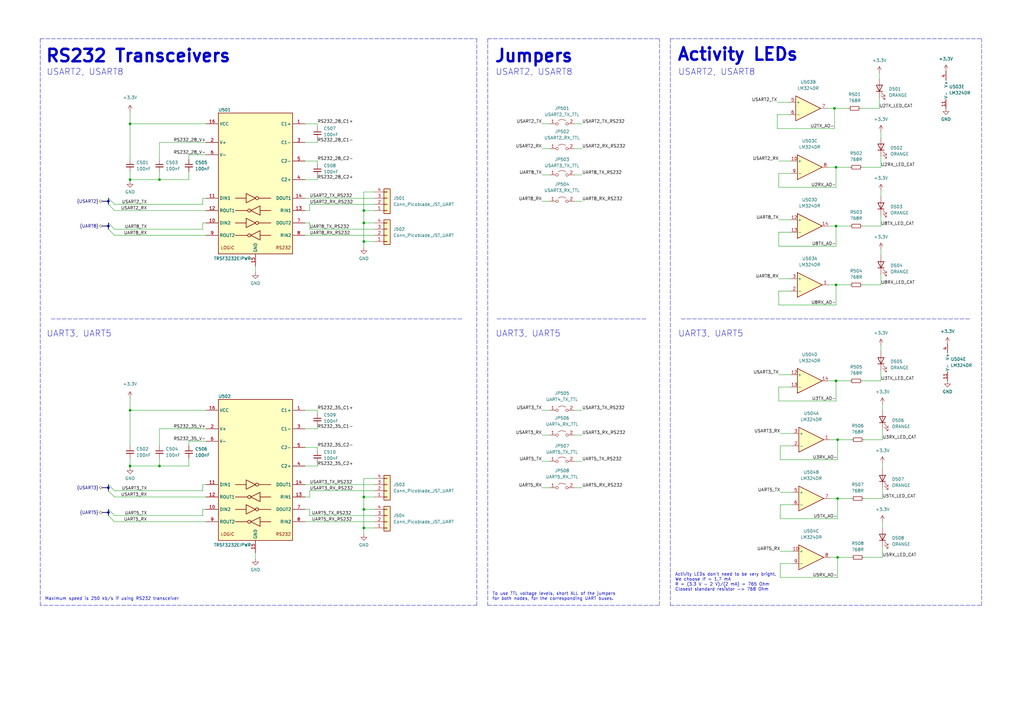
<source format=kicad_sch>
(kicad_sch (version 20211123) (generator eeschema)
  (paper "A3")
  (title_block (title "RS232 UART Node to Node Connectors") (company "EPFL Xplore") (comment 2 "Author: Vincent Nguyen"))
  (lib_symbols
    (symbol "0_interface_uart:TRSF3232EIPWR"
      (property "Reference" "U" (at 0 0 0))
      (property "Value" "TRSF3232EIPWR" (at 0 0 0))
      (symbol "TRSF3232EIPWR_0_0"
        (text "LOGIC" (at -11.43 -27.94 0) (effects (font (size 1.27 1.27))))
        (text "RS232" (at 11.43 -27.94 0) (effects (font (size 1.27 1.27))))
      )
      (symbol "TRSF3232EIPWR_0_1"
        (rectangle (start -15.24 27.305) (end 15.24 -30.48) (stroke (width 0.254)) (fill (type background)))
        (circle (center -2.54 -22.86) (radius 0.635) (stroke (width 0.254)))
        (circle (center -2.54 -12.7) (radius 0.635) (stroke (width 0.254)))
        (polyline (pts (xy -3.81 -17.78) (xy -8.255 -17.78)) (stroke (width 0.254)))
        (polyline (pts (xy -3.81 -7.62) (xy -8.255 -7.62)) (stroke (width 0.254)))
        (polyline (pts (xy -3.175 -22.86) (xy -8.255 -22.86)) (stroke (width 0.254)))
        (polyline (pts (xy -3.175 -12.7) (xy -8.255 -12.7)) (stroke (width 0.254)))
        (polyline (pts (xy 1.27 -17.78) (xy 6.35 -17.78)) (stroke (width 0.254)))
        (polyline (pts (xy 1.27 -7.62) (xy 6.35 -7.62)) (stroke (width 0.254)))
        (polyline (pts (xy 1.905 -22.86) (xy 6.35 -22.86)) (stroke (width 0.254)))
        (polyline (pts (xy 1.905 -12.7) (xy 6.35 -12.7)) (stroke (width 0.254)))
        (polyline (pts (xy -3.81 -15.875) (xy -3.81 -19.685) (xy 0 -17.78) (xy -3.81 -15.875)) (stroke (width 0.254)))
        (polyline (pts (xy -3.81 -5.715) (xy -3.81 -9.525) (xy 0 -7.62) (xy -3.81 -5.715)) (stroke (width 0.254)))
        (polyline (pts (xy 1.905 -20.955) (xy 1.905 -24.765) (xy -1.905 -22.86) (xy 1.905 -20.955)) (stroke (width 0.254)))
        (polyline (pts (xy 1.905 -10.795) (xy 1.905 -14.605) (xy -1.905 -12.7) (xy 1.905 -10.795)) (stroke (width 0.254)))
        (circle (center 0.635 -17.78) (radius 0.635) (stroke (width 0.254)))
        (circle (center 0.635 -7.62) (radius 0.635) (stroke (width 0.254)))
      )
      (symbol "TRSF3232EIPWR_1_1"
        (pin passive line (at 20.32 22.86 180) (length 5.08) (name "C1+") (number "1"))
        (pin input line (at -20.32 -17.78 0) (length 5.08) (name "DIN2") (number "10"))
        (pin input line (at -20.32 -7.62 0) (length 5.08) (name "DIN1") (number "11"))
        (pin output line (at -20.32 -12.7 0) (length 5.08) (name "ROUT1") (number "12"))
        (pin input line (at 20.32 -12.7 180) (length 5.08) (name "RIN1") (number "13"))
        (pin output line (at 20.32 -7.62 180) (length 5.08) (name "DOUT1") (number "14"))
        (pin power_in line (at 0 -35.56 90) (length 5.08) (name "GND") (number "15"))
        (pin power_in line (at -20.32 22.86 0) (length 5.08) (name "VCC") (number "16"))
        (pin power_out line (at -20.32 15.24 0) (length 5.08) (name "V+") (number "2"))
        (pin passive line (at 20.32 15.24 180) (length 5.08) (name "C1-") (number "3"))
        (pin passive line (at 20.32 0 180) (length 5.08) (name "C2+") (number "4"))
        (pin passive line (at 20.32 7.62 180) (length 5.08) (name "C2-") (number "5"))
        (pin power_out line (at -20.32 10.16 0) (length 5.08) (name "V-") (number "6"))
        (pin output line (at 20.32 -17.78 180) (length 5.08) (name "DOUT2") (number "7"))
        (pin input line (at 20.32 -22.86 180) (length 5.08) (name "RIN2") (number "8"))
        (pin output line (at -20.32 -22.86 0) (length 5.08) (name "ROUT2") (number "9"))
      )
    )
    (symbol "Amplifier_Operational:LM324" (pin_names (offset 0.127))
      (property "Reference" "U" (at 0 5.08 0))
      (property "Value" "LM324" (at 0 -5.08 0))
      (symbol "LM324_1_1"
        (polyline (pts (xy -5.08 5.08) (xy 5.08 0) (xy -5.08 -5.08) (xy -5.08 5.08)) (stroke (width 0.254)) (fill (type background)))
        (pin output line (at 7.62 0 180) (length 2.54) (name "~") (number "1"))
        (pin input line (at -7.62 -2.54 0) (length 2.54) (name "-") (number "2"))
        (pin input line (at -7.62 2.54 0) (length 2.54) (name "+") (number "3"))
      )
      (symbol "LM324_2_1"
        (polyline (pts (xy -5.08 5.08) (xy 5.08 0) (xy -5.08 -5.08) (xy -5.08 5.08)) (stroke (width 0.254)) (fill (type background)))
        (pin input line (at -7.62 2.54 0) (length 2.54) (name "+") (number "5"))
        (pin input line (at -7.62 -2.54 0) (length 2.54) (name "-") (number "6"))
        (pin output line (at 7.62 0 180) (length 2.54) (name "~") (number "7"))
      )
      (symbol "LM324_3_1"
        (polyline (pts (xy -5.08 5.08) (xy 5.08 0) (xy -5.08 -5.08) (xy -5.08 5.08)) (stroke (width 0.254)) (fill (type background)))
        (pin input line (at -7.62 2.54 0) (length 2.54) (name "+") (number "10"))
        (pin output line (at 7.62 0 180) (length 2.54) (name "~") (number "8"))
        (pin input line (at -7.62 -2.54 0) (length 2.54) (name "-") (number "9"))
      )
      (symbol "LM324_4_1"
        (polyline (pts (xy -5.08 5.08) (xy 5.08 0) (xy -5.08 -5.08) (xy -5.08 5.08)) (stroke (width 0.254)) (fill (type background)))
        (pin input line (at -7.62 2.54 0) (length 2.54) (name "+") (number "12"))
        (pin input line (at -7.62 -2.54 0) (length 2.54) (name "-") (number "13"))
        (pin output line (at 7.62 0 180) (length 2.54) (name "~") (number "14"))
      )
      (symbol "LM324_5_1"
        (pin power_in line (at -2.54 -7.62 90) (length 3.81) (name "V-") (number "11"))
        (pin power_in line (at -2.54 7.62 270) (length 3.81) (name "V+") (number "4"))
      )
    )
    (symbol "Connector_Generic:Conn_01x04" (pin_names (offset 1.016) hide)
      (property "Reference" "J" (at 0 5.08 0))
      (property "Value" "Conn_01x04" (at 0 -7.62 0))
      (symbol "Conn_01x04_1_1"
        (rectangle (start -1.27 -4.953) (end 0 -5.207) (stroke (width 0.1524)))
        (rectangle (start -1.27 -2.413) (end 0 -2.667) (stroke (width 0.1524)))
        (rectangle (start -1.27 0.127) (end 0 -0.127) (stroke (width 0.1524)))
        (rectangle (start -1.27 2.667) (end 0 2.413) (stroke (width 0.1524)))
        (rectangle (start -1.27 3.81) (end 1.27 -6.35) (stroke (width 0.254)) (fill (type background)))
        (pin passive line (at -5.08 2.54 0) (length 3.81) (name "Pin_1") (number "1"))
        (pin passive line (at -5.08 0 0) (length 3.81) (name "Pin_2") (number "2"))
        (pin passive line (at -5.08 -2.54 0) (length 3.81) (name "Pin_3") (number "3"))
        (pin passive line (at -5.08 -5.08 0) (length 3.81) (name "Pin_4") (number "4"))
      )
    )
    (symbol "Device:C_Small" (pin_numbers hide) (pin_names (offset 0.254) hide)
      (property "Reference" "C" (at 0.254 1.778 0))
      (property "Value" "C_Small" (at 0.254 -2.032 0))
      (symbol "C_Small_0_1"
        (polyline (pts (xy -1.524 -0.508) (xy 1.524 -0.508)) (stroke (width 0.3302)))
        (polyline (pts (xy -1.524 0.508) (xy 1.524 0.508)) (stroke (width 0.3048)))
      )
      (symbol "C_Small_1_1"
        (pin passive line (at 0 2.54 270) (length 2.032) (name "~") (number "1"))
        (pin passive line (at 0 -2.54 90) (length 2.032) (name "~") (number "2"))
      )
    )
    (symbol "Device:LED" (pin_numbers hide) (pin_names (offset 1.016) hide)
      (property "Reference" "D" (at 0 2.54 0))
      (property "Value" "LED" (at 0 -2.54 0))
      (symbol "LED_0_1"
        (polyline (pts (xy -1.27 -1.27) (xy -1.27 1.27)) (stroke (width 0.254)))
        (polyline (pts (xy -1.27 0) (xy 1.27 0)))
        (polyline (pts (xy 1.27 -1.27) (xy 1.27 1.27) (xy -1.27 0) (xy 1.27 -1.27)) (stroke (width 0.254)))
        (polyline (pts (xy -3.048 -0.762) (xy -4.572 -2.286) (xy -3.81 -2.286) (xy -4.572 -2.286) (xy -4.572 -1.524)))
        (polyline (pts (xy -1.778 -0.762) (xy -3.302 -2.286) (xy -2.54 -2.286) (xy -3.302 -2.286) (xy -3.302 -1.524)))
      )
      (symbol "LED_1_1"
        (pin passive line (at -3.81 0 0) (length 2.54) (name "K") (number "1"))
        (pin passive line (at 3.81 0 180) (length 2.54) (name "A") (number "2"))
      )
    )
    (symbol "Device:R_Small" (pin_numbers hide) (pin_names (offset 0.254) hide)
      (property "Reference" "R" (at 0.762 0.508 0))
      (property "Value" "R_Small" (at 0.762 -1.016 0))
      (symbol "R_Small_0_1"
        (rectangle (start -0.762 1.778) (end 0.762 -1.778) (stroke (width 0.2032)))
      )
      (symbol "R_Small_1_1"
        (pin passive line (at 0 2.54 270) (length 0.762) (name "~") (number "1"))
        (pin passive line (at 0 -2.54 90) (length 0.762) (name "~") (number "2"))
      )
    )
    (symbol "Jumper:Jumper_2_Open" (pin_names (offset 0) hide)
      (property "Reference" "JP" (at 0 2.794 0))
      (property "Value" "Jumper_2_Open" (at 0 -2.286 0))
      (symbol "Jumper_2_Open_0_0"
        (circle (center -2.032 0) (radius 0.508))
        (circle (center 2.032 0) (radius 0.508))
      )
      (symbol "Jumper_2_Open_0_1"
        (arc (start 1.524 1.27) (mid 0 1.778) (end -1.524 1.27))
      )
      (symbol "Jumper_2_Open_1_1"
        (pin passive line (at -5.08 0 0) (length 2.54) (name "A") (number "1"))
        (pin passive line (at 5.08 0 180) (length 2.54) (name "B") (number "2"))
      )
    )
    (symbol "power:+3.3V" (power) (pin_names (offset 0))
      (property "Value" "+3.3V" (at 0 3.556 0))
      (symbol "+3.3V_0_1"
        (polyline (pts (xy -0.762 1.27) (xy 0 2.54)))
        (polyline (pts (xy 0 0) (xy 0 2.54)))
        (polyline (pts (xy 0 2.54) (xy 0.762 1.27)))
      )
      (symbol "+3.3V_1_1"
        (pin power_in line (at 0 0 90) (length 0) hide (name "+3.3V") (number "1"))
      )
    )
    (symbol "power:GND" (power) (pin_names (offset 0))
      (property "Value" "GND" (at 0 -3.81 0))
      (symbol "GND_0_1"
        (polyline (pts (xy 0 0) (xy 0 -1.27) (xy 1.27 -1.27) (xy 0 -2.54) (xy -1.27 -1.27) (xy 0 -1.27)))
      )
      (symbol "GND_1_1"
        (pin power_in line (at 0 0 270) (length 0) hide (name "GND") (number "1"))
      )
    )
  )
  (junction (at 342.9 68.58))
  (junction (at 44.45 82.55))
  (junction (at 342.9 116.84))
  (junction (at 53.34 73.66))
  (junction (at 149.225 99.06))
  (junction (at 149.225 216.535))
  (junction (at 343.535 204.47))
  (junction (at 342.265 44.45))
  (junction (at 53.34 191.135))
  (junction (at 149.225 91.44))
  (junction (at 149.225 86.36))
  (junction (at 65.405 191.135))
  (junction (at 65.405 73.66))
  (junction (at 149.225 208.915))
  (junction (at 149.225 203.835))
  (junction (at 343.535 228.6))
  (junction (at 44.45 210.185))
  (junction (at 342.9 92.71))
  (junction (at 53.34 50.8))
  (junction (at 44.45 92.71))
  (junction (at 44.45 200.025))
  (junction (at 342.9 156.21))
  (junction (at 343.535 180.34))
  (junction (at 53.34 168.275))
  (bus_entry (at 46.99 93.98) (size -2.54 -2.54))
  (bus_entry (at 46.99 86.36) (size -2.54 -2.54))
  (bus_entry (at 46.99 203.835) (size -2.54 -2.54))
  (bus_entry (at 46.99 211.455) (size -2.54 -2.54))
  (bus_entry (at 46.99 213.995) (size -2.54 -2.54))
  (bus_entry (at 46.99 83.82) (size -2.54 -2.54))
  (bus_entry (at 46.99 96.52) (size -2.54 -2.54))
  (bus_entry (at 46.99 201.295) (size -2.54 -2.54))
  (wire (pts (xy 130.175 175.895) (xy 125.095 175.895)))
  (wire (pts (xy 318.77 41.91) (xy 323.85 41.91)))
  (wire (pts (xy 149.225 91.44) (xy 153.67 91.44)))
  (polyline (pts (xy 195.58 15.875) (xy 195.58 248.285)))
  (wire (pts (xy 320.04 226.06) (xy 325.12 226.06)))
  (wire (pts (xy 361.315 92.71) (xy 361.315 88.265)))
  (wire (pts (xy 353.06 44.45) (xy 360.68 44.45)))
  (wire (pts (xy 319.405 76.835) (xy 342.9 76.835)))
  (wire (pts (xy 77.47 191.135) (xy 65.405 191.135)))
  (wire (pts (xy 130.175 58.42) (xy 125.095 58.42)))
  (wire (pts (xy 342.9 116.84) (xy 339.725 116.84)))
  (wire (pts (xy 342.265 44.45) (xy 339.09 44.45)))
  (wire (pts (xy 53.34 191.135) (xy 53.34 191.77)))
  (wire (pts (xy 53.34 182.88) (xy 53.34 168.275)))
  (wire (pts (xy 130.175 73.66) (xy 125.095 73.66)))
  (wire (pts (xy 65.405 73.66) (xy 53.34 73.66)))
  (wire (pts (xy 65.405 191.135) (xy 53.34 191.135)))
  (wire (pts (xy 324.485 71.12) (xy 319.405 71.12)))
  (bus (pts (xy 44.45 92.71) (xy 41.91 92.71)))
  (bus (pts (xy 44.45 198.755) (xy 44.45 200.025)))
  (wire (pts (xy 53.34 65.405) (xy 53.34 50.8)))
  (wire (pts (xy 130.175 174.625) (xy 130.175 175.895)))
  (wire (pts (xy 320.04 236.855) (xy 343.535 236.855)))
  (wire (pts (xy 46.99 96.52) (xy 84.455 96.52)))
  (wire (pts (xy 149.225 101.6) (xy 149.225 99.06)))
  (wire (pts (xy 319.405 66.04) (xy 324.485 66.04)))
  (bus (pts (xy 44.45 82.55) (xy 41.91 82.55)))
  (wire (pts (xy 46.99 83.82) (xy 83.185 83.82)))
  (polyline (pts (xy 200.025 15.875) (xy 270.51 15.875)))
  (wire (pts (xy 343.535 180.34) (xy 349.25 180.34)))
  (polyline (pts (xy 200.025 15.875) (xy 200.025 248.285)))
  (wire (pts (xy 222.25 168.275) (xy 225.425 168.275)))
  (wire (pts (xy 127 91.44) (xy 125.095 91.44)))
  (wire (pts (xy 318.77 46.99) (xy 318.77 52.705)))
  (wire (pts (xy 149.225 203.835) (xy 149.225 196.215)))
  (wire (pts (xy 77.47 63.5) (xy 84.455 63.5)))
  (wire (pts (xy 53.34 73.66) (xy 53.34 74.295)))
  (wire (pts (xy 125.095 96.52) (xy 153.67 96.52)))
  (wire (pts (xy 65.405 182.88) (xy 65.405 175.895)))
  (wire (pts (xy 53.34 163.195) (xy 53.34 168.275)))
  (wire (pts (xy 343.535 204.47) (xy 349.25 204.47)))
  (wire (pts (xy 343.535 188.595) (xy 343.535 180.34)))
  (wire (pts (xy 53.34 50.8) (xy 84.455 50.8)))
  (wire (pts (xy 127 208.915) (xy 127 211.455)))
  (wire (pts (xy 83.185 198.755) (xy 84.455 198.755)))
  (wire (pts (xy 319.405 100.965) (xy 342.9 100.965)))
  (wire (pts (xy 343.535 228.6) (xy 349.25 228.6)))
  (wire (pts (xy 46.99 86.36) (xy 84.455 86.36)))
  (wire (pts (xy 83.185 208.915) (xy 84.455 208.915)))
  (wire (pts (xy 222.25 178.435) (xy 225.425 178.435)))
  (wire (pts (xy 238.76 168.275) (xy 235.585 168.275)))
  (wire (pts (xy 319.405 153.67) (xy 324.485 153.67)))
  (wire (pts (xy 342.9 156.21) (xy 339.725 156.21)))
  (wire (pts (xy 149.225 86.36) (xy 149.225 91.44)))
  (wire (pts (xy 65.405 187.96) (xy 65.405 191.135)))
  (wire (pts (xy 361.315 102.235) (xy 361.315 104.775)))
  (polyline (pts (xy 279.4 130.81) (xy 398.145 130.81)))
  (wire (pts (xy 104.775 109.22) (xy 104.775 111.76)))
  (polyline (pts (xy 195.58 248.285) (xy 16.51 248.285)))
  (wire (pts (xy 343.535 212.725) (xy 343.535 204.47)))
  (polyline (pts (xy 16.51 15.875) (xy 195.58 15.875)))
  (wire (pts (xy 149.225 196.215) (xy 153.67 196.215)))
  (wire (pts (xy 83.185 91.44) (xy 84.455 91.44)))
  (wire (pts (xy 319.405 125.095) (xy 342.9 125.095)))
  (wire (pts (xy 320.04 201.93) (xy 325.12 201.93)))
  (wire (pts (xy 130.175 72.39) (xy 130.175 73.66)))
  (polyline (pts (xy 200.025 248.285) (xy 270.51 248.285)))
  (polyline (pts (xy 270.51 248.285) (xy 270.51 15.875)))
  (wire (pts (xy 361.95 213.995) (xy 361.95 216.535)))
  (wire (pts (xy 320.04 231.14) (xy 320.04 236.855)))
  (wire (pts (xy 353.695 68.58) (xy 361.315 68.58)))
  (wire (pts (xy 354.33 228.6) (xy 361.95 228.6)))
  (wire (pts (xy 130.175 50.8) (xy 130.175 52.07)))
  (polyline (pts (xy 16.51 15.875) (xy 16.51 248.285)))
  (wire (pts (xy 320.04 212.725) (xy 343.535 212.725)))
  (wire (pts (xy 238.76 178.435) (xy 235.585 178.435)))
  (wire (pts (xy 46.99 93.98) (xy 83.185 93.98)))
  (wire (pts (xy 343.535 228.6) (xy 340.36 228.6)))
  (wire (pts (xy 77.47 65.405) (xy 77.47 63.5)))
  (wire (pts (xy 104.775 226.695) (xy 104.775 229.235)))
  (wire (pts (xy 46.99 211.455) (xy 83.185 211.455)))
  (wire (pts (xy 125.095 198.755) (xy 153.67 198.755)))
  (wire (pts (xy 83.185 201.295) (xy 83.185 198.755)))
  (wire (pts (xy 325.12 182.88) (xy 320.04 182.88)))
  (wire (pts (xy 127 93.98) (xy 153.67 93.98)))
  (wire (pts (xy 353.695 92.71) (xy 361.315 92.71)))
  (wire (pts (xy 149.225 78.74) (xy 153.67 78.74)))
  (polyline (pts (xy 402.59 248.285) (xy 402.59 15.875)))
  (wire (pts (xy 342.9 125.095) (xy 342.9 116.84)))
  (wire (pts (xy 238.76 50.8) (xy 235.585 50.8)))
  (wire (pts (xy 83.185 211.455) (xy 83.185 208.915)))
  (polyline (pts (xy 203.835 130.81) (xy 265.43 130.81)))
  (wire (pts (xy 125.095 168.275) (xy 130.175 168.275)))
  (bus (pts (xy 44.45 210.185) (xy 44.45 211.455)))
  (wire (pts (xy 319.405 119.38) (xy 319.405 125.095)))
  (wire (pts (xy 222.25 50.8) (xy 225.425 50.8)))
  (wire (pts (xy 324.485 119.38) (xy 319.405 119.38)))
  (wire (pts (xy 342.9 68.58) (xy 348.615 68.58)))
  (wire (pts (xy 77.47 70.485) (xy 77.47 73.66)))
  (wire (pts (xy 319.405 158.75) (xy 319.405 164.465)))
  (bus (pts (xy 44.45 82.55) (xy 44.45 83.82)))
  (wire (pts (xy 125.095 66.04) (xy 130.175 66.04)))
  (wire (pts (xy 65.405 175.895) (xy 84.455 175.895)))
  (wire (pts (xy 343.535 180.34) (xy 340.36 180.34)))
  (wire (pts (xy 127 208.915) (xy 125.095 208.915)))
  (wire (pts (xy 53.34 70.485) (xy 53.34 73.66)))
  (bus (pts (xy 44.45 200.025) (xy 41.91 200.025)))
  (wire (pts (xy 222.25 200.025) (xy 225.425 200.025)))
  (wire (pts (xy 53.34 45.72) (xy 53.34 50.8)))
  (wire (pts (xy 65.405 70.485) (xy 65.405 73.66)))
  (wire (pts (xy 238.76 200.025) (xy 235.585 200.025)))
  (wire (pts (xy 354.33 180.34) (xy 361.95 180.34)))
  (wire (pts (xy 361.315 156.21) (xy 361.315 151.765)))
  (wire (pts (xy 65.405 58.42) (xy 84.455 58.42)))
  (polyline (pts (xy 274.955 248.285) (xy 402.59 248.285)))
  (wire (pts (xy 53.34 168.275) (xy 84.455 168.275)))
  (wire (pts (xy 361.95 165.735) (xy 361.95 168.275)))
  (wire (pts (xy 222.25 60.96) (xy 225.425 60.96)))
  (wire (pts (xy 319.405 164.465) (xy 342.9 164.465)))
  (polyline (pts (xy 20.955 130.81) (xy 189.865 130.81)))
  (wire (pts (xy 361.315 116.84) (xy 361.315 112.395)))
  (wire (pts (xy 149.225 86.36) (xy 149.225 78.74)))
  (wire (pts (xy 320.04 182.88) (xy 320.04 188.595)))
  (bus (pts (xy 44.45 81.28) (xy 44.45 82.55)))
  (wire (pts (xy 238.76 71.755) (xy 235.585 71.755)))
  (wire (pts (xy 342.9 100.965) (xy 342.9 92.71)))
  (wire (pts (xy 77.47 182.88) (xy 77.47 180.975)))
  (bus (pts (xy 44.45 208.915) (xy 44.45 210.185)))
  (wire (pts (xy 342.9 164.465) (xy 342.9 156.21)))
  (wire (pts (xy 353.695 116.84) (xy 361.315 116.84)))
  (wire (pts (xy 127 201.295) (xy 127 203.835)))
  (wire (pts (xy 342.9 156.21) (xy 348.615 156.21)))
  (wire (pts (xy 77.47 73.66) (xy 65.405 73.66)))
  (wire (pts (xy 354.33 204.47) (xy 361.95 204.47)))
  (wire (pts (xy 127 201.295) (xy 153.67 201.295)))
  (wire (pts (xy 342.9 92.71) (xy 339.725 92.71)))
  (wire (pts (xy 342.265 52.705) (xy 342.265 44.45)))
  (wire (pts (xy 127 83.82) (xy 153.67 83.82)))
  (wire (pts (xy 343.535 204.47) (xy 340.36 204.47)))
  (wire (pts (xy 361.95 228.6) (xy 361.95 224.155)))
  (wire (pts (xy 342.265 44.45) (xy 347.98 44.45)))
  (wire (pts (xy 46.99 201.295) (xy 83.185 201.295)))
  (wire (pts (xy 149.225 203.835) (xy 149.225 208.915)))
  (wire (pts (xy 342.9 116.84) (xy 348.615 116.84)))
  (wire (pts (xy 130.175 168.275) (xy 130.175 169.545)))
  (wire (pts (xy 149.225 203.835) (xy 153.67 203.835)))
  (wire (pts (xy 325.12 207.01) (xy 320.04 207.01)))
  (wire (pts (xy 46.99 213.995) (xy 84.455 213.995)))
  (wire (pts (xy 238.76 189.23) (xy 235.585 189.23)))
  (wire (pts (xy 320.04 188.595) (xy 343.535 188.595)))
  (wire (pts (xy 46.99 203.835) (xy 84.455 203.835)))
  (wire (pts (xy 361.95 204.47) (xy 361.95 200.025)))
  (wire (pts (xy 343.535 236.855) (xy 343.535 228.6)))
  (wire (pts (xy 324.485 158.75) (xy 319.405 158.75)))
  (wire (pts (xy 83.185 93.98) (xy 83.185 91.44)))
  (wire (pts (xy 149.225 99.06) (xy 153.67 99.06)))
  (wire (pts (xy 324.485 95.25) (xy 319.405 95.25)))
  (wire (pts (xy 127 91.44) (xy 127 93.98)))
  (wire (pts (xy 222.25 189.23) (xy 225.425 189.23)))
  (wire (pts (xy 361.315 68.58) (xy 361.315 64.135)))
  (wire (pts (xy 320.04 207.01) (xy 320.04 212.725)))
  (wire (pts (xy 319.405 71.12) (xy 319.405 76.835)))
  (wire (pts (xy 342.9 76.835) (xy 342.9 68.58)))
  (wire (pts (xy 130.175 66.04) (xy 130.175 67.31)))
  (wire (pts (xy 149.225 208.915) (xy 153.67 208.915)))
  (wire (pts (xy 127 83.82) (xy 127 86.36)))
  (wire (pts (xy 342.9 68.58) (xy 339.725 68.58)))
  (wire (pts (xy 319.405 95.25) (xy 319.405 100.965)))
  (wire (pts (xy 125.095 50.8) (xy 130.175 50.8)))
  (wire (pts (xy 83.185 83.82) (xy 83.185 81.28)))
  (wire (pts (xy 319.405 114.3) (xy 324.485 114.3)))
  (bus (pts (xy 44.45 210.185) (xy 41.91 210.185)))
  (wire (pts (xy 149.225 86.36) (xy 153.67 86.36)))
  (wire (pts (xy 125.095 213.995) (xy 153.67 213.995)))
  (wire (pts (xy 361.315 78.105) (xy 361.315 80.645)))
  (bus (pts (xy 44.45 200.025) (xy 44.45 201.295)))
  (wire (pts (xy 238.76 82.55) (xy 235.585 82.55)))
  (wire (pts (xy 360.68 29.845) (xy 360.68 32.385)))
  (wire (pts (xy 342.9 92.71) (xy 348.615 92.71)))
  (wire (pts (xy 361.315 53.975) (xy 361.315 56.515)))
  (wire (pts (xy 222.25 71.755) (xy 225.425 71.755)))
  (wire (pts (xy 320.04 177.8) (xy 325.12 177.8)))
  (bus (pts (xy 44.45 91.44) (xy 44.45 92.71)))
  (polyline (pts (xy 274.955 15.875) (xy 274.955 248.285)))
  (wire (pts (xy 125.095 81.28) (xy 153.67 81.28)))
  (wire (pts (xy 149.225 99.06) (xy 149.225 91.44)))
  (wire (pts (xy 130.175 191.135) (xy 125.095 191.135)))
  (wire (pts (xy 361.95 189.865) (xy 361.95 192.405)))
  (wire (pts (xy 149.225 216.535) (xy 153.67 216.535)))
  (wire (pts (xy 361.315 141.605) (xy 361.315 144.145)))
  (wire (pts (xy 149.225 219.075) (xy 149.225 216.535)))
  (wire (pts (xy 65.405 65.405) (xy 65.405 58.42)))
  (wire (pts (xy 130.175 183.515) (xy 130.175 184.785)))
  (wire (pts (xy 222.25 82.55) (xy 225.425 82.55)))
  (wire (pts (xy 130.175 189.865) (xy 130.175 191.135)))
  (wire (pts (xy 238.76 60.96) (xy 235.585 60.96)))
  (wire (pts (xy 125.095 86.36) (xy 127 86.36)))
  (wire (pts (xy 127 211.455) (xy 153.67 211.455)))
  (wire (pts (xy 77.47 187.96) (xy 77.47 191.135)))
  (wire (pts (xy 77.47 180.975) (xy 84.455 180.975)))
  (polyline (pts (xy 274.955 15.875) (xy 402.59 15.875)))
  (bus (pts (xy 44.45 92.71) (xy 44.45 93.98)))
  (wire (pts (xy 361.95 180.34) (xy 361.95 175.895)))
  (wire (pts (xy 125.095 203.835) (xy 127 203.835)))
  (wire (pts (xy 83.185 81.28) (xy 84.455 81.28)))
  (wire (pts (xy 125.095 183.515) (xy 130.175 183.515)))
  (wire (pts (xy 360.68 44.45) (xy 360.68 40.005)))
  (wire (pts (xy 318.77 52.705) (xy 342.265 52.705)))
  (wire (pts (xy 353.695 156.21) (xy 361.315 156.21)))
  (wire (pts (xy 323.85 46.99) (xy 318.77 46.99)))
  (wire (pts (xy 53.34 187.96) (xy 53.34 191.135)))
  (wire (pts (xy 130.175 57.15) (xy 130.175 58.42)))
  (wire (pts (xy 325.12 231.14) (xy 320.04 231.14)))
  (wire (pts (xy 319.405 90.17) (xy 324.485 90.17)))
  (wire (pts (xy 149.225 216.535) (xy 149.225 208.915)))
  (text "Jumpers" (at 202.565 26.035 0) (effects (font (size 5.08 5.08) (thickness 1.016) bold) (justify left bottom)))
  (text "Maximum speed is 250 kb/s if using RS232 transceiver" (at 18.415 246.38 0) (effects (font (size 1.27 1.27)) (justify left bottom)))
  (text "USART2, USART8" (at 19.05 31.115 0) (effects (font (size 2.54 2.54)) (justify left bottom)))
  (text "UART3, UART5" (at 278.13 138.43 0) (effects (font (size 2.54 2.54)) (justify left bottom)))
  (text "USART2, USART8" (at 278.13 31.115 0) (effects (font (size 2.54 2.54)) (justify left bottom)))
  (text "USART2, USART8" (at 203.2 31.115 0) (effects (font (size 2.54 2.54)) (justify left bottom)))
  (text "To use TTL voltage levels, short ALL of the jumpers\nfor both nodes, for the corresponding UART buses." (at 201.93 246.38 0) (effects (font (size 1.27 1.27)) (justify left bottom)))
  (text "UART3, UART5" (at 19.05 138.43 0) (effects (font (size 2.54 2.54)) (justify left bottom)))
  (text "Activity LEDs" (at 277.495 25.4 0) (effects (font (size 5.08 5.08) (thickness 1.016) bold) (justify left bottom)))
  (text "UART3, UART5" (at 203.2 138.43 0) (effects (font (size 2.54 2.54)) (justify left bottom)))
  (text "RS232 Transceivers" (at 18.415 26.035 0) (effects (font (size 5.08 5.08) (thickness 1.016) bold) (justify left bottom)))
  (text "Activity LEDs don't need to be very bright.\nWe choose If = 1.7 mA\nR = (3.3 V - 2 V)/(2 mA) = 765 Ohm\nClosest standard resistor -> 768 Ohm\n" (at 276.86 242.57 0) (effects (font (size 1.27 1.27)) (justify left bottom)))
  (label "U3RX_AO-" (at 343.535 188.595 180))
  (label "UART5_TX" (at 222.25 189.23 180))
  (label "U2RX_AO-" (at 342.9 76.835 180))
  (label "USART3_RX" (at 320.04 177.8 180))
  (label "U5TX_AO-" (at 343.535 212.725 180))
  (label "U3RX_LED_CAT" (at 361.95 180.34 0))
  (label "RS232_28_C2-" (at 130.175 66.04 0))
  (label "UART5_RX_RS232" (at 238.76 200.025 0))
  (label "USART3_RX" (at 222.25 178.435 180))
  (label "USART2_TX" (at 222.25 50.8 180))
  (label "USART3_TX_RS232" (at 127 198.755 0))
  (label "RS232_35_C1-" (at 130.175 175.895 0))
  (label "UART8_TX" (at 319.405 90.17 180))
  (label "RS232_28_V+" (at 84.455 58.42 180))
  (label "UART5_RX" (at 222.25 200.025 180))
  (label "USART2_TX" (at 60.325 83.82 180))
  (label "RS232_28_C1+" (at 130.175 50.8 0))
  (label "RS232_35_C2-" (at 130.175 183.515 0))
  (label "UART8_TX_RS232" (at 238.76 71.755 0))
  (label "UART8_TX" (at 60.325 93.98 180))
  (label "USART2_RX" (at 60.325 86.36 180))
  (label "U8TX_LED_CAT" (at 361.315 92.71 0))
  (label "USART2_TX" (at 318.77 41.91 180))
  (label "USART2_TX_RS232" (at 238.76 50.8 0))
  (label "USART3_TX" (at 319.405 153.67 180))
  (label "U5RX_LED_CAT" (at 361.95 228.6 0))
  (label "USART2_RX" (at 222.25 60.96 180))
  (label "UART8_TX_RS232" (at 127 93.98 0))
  (label "USART2_RX" (at 319.405 66.04 180))
  (label "UART5_TX" (at 320.04 201.93 180))
  (label "UART8_RX_RS232" (at 127 96.52 0))
  (label "U5TX_LED_CAT" (at 361.95 204.47 0))
  (label "UART5_TX" (at 60.325 211.455 180))
  (label "USART3_RX_RS232" (at 238.76 178.435 0))
  (label "UART5_RX" (at 320.04 226.06 180))
  (label "U5RX_AO-" (at 343.535 236.855 180))
  (label "USART3_RX" (at 60.325 203.835 180))
  (label "USART2_RX_RS232" (at 127 83.82 0))
  (label "RS232_28_C1-" (at 130.175 58.42 0))
  (label "RS232_35_C1+" (at 130.175 168.275 0))
  (label "UART5_RX_RS232" (at 127.859 213.995 0))
  (label "USART3_TX_RS232" (at 238.76 168.275 0))
  (label "U3TX_AO-" (at 342.9 164.465 180))
  (label "USART3_TX" (at 222.25 168.275 180))
  (label "U8RX_AO-" (at 342.9 125.095 180))
  (label "UART8_RX" (at 222.25 82.55 180))
  (label "USART3_RX_RS232" (at 127 201.295 0))
  (label "U2TX_LED_CAT" (at 360.68 44.45 0))
  (label "UART5_TX_RS232" (at 127.859 211.455 0))
  (label "RS232_35_V-" (at 84.455 180.975 180))
  (label "U2RX_LED_CAT" (at 361.315 68.58 0))
  (label "U8RX_LED_CAT" (at 361.315 116.84 0))
  (label "U2TX_AO-" (at 342.265 52.705 180))
  (label "RS232_35_V+" (at 84.455 175.895 180))
  (label "UART5_RX" (at 60.325 213.995 180))
  (label "U8TX_AO-" (at 342.9 100.965 180))
  (label "UART8_RX" (at 319.405 114.3 180))
  (label "UART8_TX" (at 222.25 71.755 180))
  (label "RS232_35_C2+" (at 130.175 191.135 0))
  (label "RS232_28_V-" (at 84.455 63.5 180))
  (label "UART5_TX_RS232" (at 238.76 189.23 0))
  (label "USART3_TX" (at 60.325 201.295 180))
  (label "U3TX_LED_CAT" (at 361.315 156.21 0))
  (label "UART8_RX_RS232" (at 238.76 82.55 0))
  (label "UART8_RX" (at 60.325 96.52 180))
  (label "USART2_TX_RS232" (at 127 81.28 0))
  (label "USART2_RX_RS232" (at 238.76 60.96 0))
  (label "RS232_28_C2+" (at 130.175 73.66 0))
  (hierarchical_label "{USART3}" (shape bidirectional) (at 41.91 200.025 180))
  (hierarchical_label "{USART2}" (shape bidirectional) (at 41.91 82.55 180))
  (hierarchical_label "{UART5}" (shape bidirectional) (at 41.91 210.185 180))
  (hierarchical_label "{UART8}" (shape bidirectional) (at 41.91 92.71 180))
  (symbol (lib_id "Connector_Generic:Conn_01x04") (at 158.75 83.82 0) (mirror x) (unit 1)
    (property "Reference" "J501" (at 161.29 81.28 0) (effects (justify left)))
    (property "Value" "Conn_Picoblade_JST_UART" (at 161.29 83.82 0) (effects (justify left)))
    (property "Footprint" "0_connectors:Picoblade_JST-GH-1x04_1.25mm_Horizontal" (effects hide))
    (property "Manufacturer ref" "0530470410" (effects hide))
    (property "Digikey ref" "WM1733-ND" (effects hide))
  )
  (symbol (lib_id "Jumper:Jumper_2_Open") (at 230.505 82.55 0) (unit 1) (in_bom no)
    (property "Reference" "JP504" (at 230.505 75.565 0))
    (property "Value" "USART3_RX_TTL" (at 230.505 78.105 0))
    (property "Footprint" "Jumper:SolderJumper-2_P1.3mm_Open_RoundedPad1.0x1.5mm" (effects hide))
  )
  (symbol (lib_id "power:GND") (at 149.225 219.075 0) (unit 1)
    (property "Reference" "#PWR0508" (effects hide))
    (property "Value" "GND" (at 149.225 223.52 0))
  )
  (symbol (lib_id "Jumper:Jumper_2_Open") (at 230.505 71.755 0) (unit 1) (in_bom no)
    (property "Reference" "JP503" (at 230.505 65.405 0))
    (property "Value" "USART3_TX_TTL" (at 230.505 67.945 0))
    (property "Footprint" "Jumper:SolderJumper-2_P1.3mm_Open_RoundedPad1.0x1.5mm" (effects hide))
  )
  (symbol (lib_id "power:GND") (at 388.62 156.21 0) (unit 1)
    (property "Reference" "#PWR0520" (effects hide))
    (property "Value" "GND" (at 388.62 160.655 0))
  )
  (symbol (lib_id "power:+3.3V") (at 361.315 78.105 0) (unit 1)
    (property "Reference" "#PWR0511" (effects hide))
    (property "Value" "+3.3V" (at 361.315 73.025 0))
  )
  (symbol (lib_id "power:+3.3V") (at 53.34 45.72 0) (unit 1)
    (property "Reference" "#PWR0501" (effects hide))
    (property "Value" "+3.3V" (at 53.34 40.005 0))
  )
  (symbol (lib_id "Device:C_Small") (at 77.47 185.42 0) (unit 1)
    (property "Reference" "C506" (at 80.01 184.1562 0) (effects (justify left)))
    (property "Value" "100nF" (at 80.01 186.6962 0) (effects (justify left)))
    (property "Footprint" "Capacitor_SMD:C_0603_1608Metric" (effects hide))
  )
  (symbol (lib_id "power:GND") (at 149.225 101.6 0) (unit 1)
    (property "Reference" "#PWR0507" (effects hide))
    (property "Value" "GND" (at 149.225 106.045 0))
  )
  (symbol (lib_id "power:+3.3V") (at 361.95 189.865 0) (unit 1)
    (property "Reference" "#PWR0515" (effects hide))
    (property "Value" "+3.3V" (at 361.95 184.785 0))
  )
  (symbol (lib_id "Device:C_Small") (at 77.47 67.945 0) (unit 1)
    (property "Reference" "C505" (at 80.01 66.6812 0) (effects (justify left)))
    (property "Value" "100nF" (at 80.01 69.2212 0) (effects (justify left)))
    (property "Footprint" "Capacitor_SMD:C_0603_1608Metric" (effects hide))
  )
  (symbol (lib_id "Device:LED") (at 361.95 220.345 90) (unit 1)
    (property "Reference" "D508" (at 365.76 220.6624 90) (effects (justify right)))
    (property "Value" "ORANGE" (at 365.76 223.2024 90) (effects (justify right)))
    (property "Footprint" "LED_SMD:LED_0603_1608Metric" (effects hide))
    (property "Datasheet" "https://optoelectronics.liteon.com/upload/download/DS22-2000-222/LTST-C191KFKT.pdf" (effects hide))
  )
  (symbol (lib_id "Device:C_Small") (at 65.405 185.42 0) (unit 1)
    (property "Reference" "C504" (at 67.945 184.1562 0) (effects (justify left)))
    (property "Value" "100nF" (at 67.945 186.6962 0) (effects (justify left)))
    (property "Footprint" "Capacitor_SMD:C_0603_1608Metric" (effects hide))
  )
  (symbol (lib_id "power:+3.3V") (at 361.95 165.735 0) (unit 1)
    (property "Reference" "#PWR0514" (effects hide))
    (property "Value" "+3.3V" (at 361.95 160.655 0))
  )
  (symbol (lib_id "Connector_Generic:Conn_01x04") (at 158.75 213.995 0) (mirror x) (unit 1)
    (property "Reference" "J504" (at 161.29 211.455 0) (effects (justify left)))
    (property "Value" "Conn_Picoblade_JST_UART" (at 161.29 213.995 0) (effects (justify left)))
    (property "Footprint" "0_connectors:Picoblade_JST-GH-1x04_1.25mm_Horizontal" (effects hide))
    (property "Manufacturer ref" "0530470410" (effects hide))
    (property "Digikey ref" "WM1733-ND" (effects hide))
  )
  (symbol (lib_id "power:GND") (at 53.34 191.77 0) (unit 1)
    (property "Reference" "#PWR0504" (effects hide))
    (property "Value" "GND" (at 53.34 196.215 0))
  )
  (symbol (lib_id "Connector_Generic:Conn_01x04") (at 158.75 96.52 0) (mirror x) (unit 1)
    (property "Reference" "J502" (at 161.29 93.98 0) (effects (justify left)))
    (property "Value" "Conn_Picoblade_JST_UART" (at 161.29 96.52 0) (effects (justify left)))
    (property "Footprint" "0_connectors:Picoblade_JST-GH-1x04_1.25mm_Horizontal" (effects hide))
    (property "Manufacturer ref" "0530470410" (effects hide))
    (property "Digikey ref" "WM1733-ND" (effects hide))
  )
  (symbol (lib_id "Device:C_Small") (at 65.405 67.945 0) (unit 1)
    (property "Reference" "C503" (at 67.945 66.6812 0) (effects (justify left)))
    (property "Value" "100nF" (at 67.945 69.2212 0) (effects (justify left)))
    (property "Footprint" "Capacitor_SMD:C_0603_1608Metric" (effects hide))
  )
  (symbol (lib_id "Device:LED") (at 361.315 108.585 90) (unit 1)
    (property "Reference" "D504" (at 365.125 108.9024 90) (effects (justify right)))
    (property "Value" "ORANGE" (at 365.125 111.4424 90) (effects (justify right)))
    (property "Footprint" "LED_SMD:LED_0603_1608Metric" (effects hide))
    (property "Datasheet" "https://optoelectronics.liteon.com/upload/download/DS22-2000-222/LTST-C191KFKT.pdf" (effects hide))
  )
  (symbol (lib_id "Amplifier_Operational:LM324") (at 390.525 36.83 0) (unit 5)
    (property "Reference" "U503" (at 389.255 35.5599 0) (effects (justify left)))
    (property "Value" "LM324DR" (at 389.255 38.0999 0) (effects (justify left)))
    (property "Footprint" "Package_SO:SOIC-14_3.9x8.7mm_P1.27mm" (effects hide))
    (property "Datasheet" "http://www.ti.com/lit/ds/symlink/lm2902-n.pdf" (effects hide))
    (property "Manufacturer ref" "LM324DR" (effects hide))
    (property "Digikey ref" "296-14597-1-ND" (effects hide))
  )
  (symbol (lib_id "Device:R_Small") (at 350.52 44.45 90) (unit 1)
    (property "Reference" "R501" (at 350.52 38.735 90))
    (property "Value" "768R" (at 350.52 41.275 90))
    (property "Footprint" "Resistor_SMD:R_0603_1608Metric" (effects hide))
  )
  (symbol (lib_id "Device:LED") (at 361.95 172.085 90) (unit 1)
    (property "Reference" "D506" (at 365.76 172.4024 90) (effects (justify right)))
    (property "Value" "ORANGE" (at 365.76 174.9424 90) (effects (justify right)))
    (property "Footprint" "LED_SMD:LED_0603_1608Metric" (effects hide))
    (property "Datasheet" "https://optoelectronics.liteon.com/upload/download/DS22-2000-222/LTST-C191KFKT.pdf" (effects hide))
  )
  (symbol (lib_id "power:+3.3V") (at 361.315 141.605 0) (unit 1)
    (property "Reference" "#PWR0513" (effects hide))
    (property "Value" "+3.3V" (at 361.315 136.525 0))
  )
  (symbol (lib_id "power:+3.3V") (at 360.68 29.845 0) (unit 1)
    (property "Reference" "#PWR0509" (effects hide))
    (property "Value" "+3.3V" (at 360.68 24.765 0))
  )
  (symbol (lib_id "Jumper:Jumper_2_Open") (at 230.505 200.025 0) (unit 1) (in_bom no)
    (property "Reference" "JP508" (at 230.505 193.04 0))
    (property "Value" "UART5_RX_TTL" (at 230.505 195.58 0))
    (property "Footprint" "Jumper:SolderJumper-2_P1.3mm_Open_RoundedPad1.0x1.5mm" (effects hide))
  )
  (symbol (lib_id "power:GND") (at 387.985 44.45 0) (unit 1)
    (property "Reference" "#PWR0518" (effects hide))
    (property "Value" "GND" (at 387.985 48.895 0))
  )
  (symbol (lib_id "power:+3.3V") (at 361.315 53.975 0) (unit 1)
    (property "Reference" "#PWR0510" (effects hide))
    (property "Value" "+3.3V" (at 361.315 48.895 0))
  )
  (symbol (lib_id "Device:C_Small") (at 130.175 54.61 0) (unit 1)
    (property "Reference" "C507" (at 132.715 52.705 0) (effects (justify left)))
    (property "Value" "100nF" (at 132.715 55.245 0) (effects (justify left)))
    (property "Footprint" "Capacitor_SMD:C_0603_1608Metric" (effects hide))
  )
  (symbol (lib_id "Device:LED") (at 361.315 147.955 90) (unit 1)
    (property "Reference" "D505" (at 365.125 148.2724 90) (effects (justify right)))
    (property "Value" "ORANGE" (at 365.125 150.8124 90) (effects (justify right)))
    (property "Footprint" "LED_SMD:LED_0603_1608Metric" (effects hide))
    (property "Datasheet" "https://optoelectronics.liteon.com/upload/download/DS22-2000-222/LTST-C191KFKT.pdf" (effects hide))
  )
  (symbol (lib_id "power:+3.3V") (at 361.95 213.995 0) (unit 1)
    (property "Reference" "#PWR0516" (effects hide))
    (property "Value" "+3.3V" (at 361.95 208.915 0))
  )
  (symbol (lib_id "Device:C_Small") (at 130.175 187.325 0) (unit 1)
    (property "Reference" "C510" (at 132.715 185.4262 0) (effects (justify left)))
    (property "Value" "100nF" (at 132.715 187.96 0) (effects (justify left)))
    (property "Footprint" "Capacitor_SMD:C_0603_1608Metric" (effects hide))
  )
  (symbol (lib_id "Device:R_Small") (at 351.155 92.71 90) (unit 1)
    (property "Reference" "R503" (at 351.155 86.995 90))
    (property "Value" "768R" (at 351.155 89.535 90))
    (property "Footprint" "Resistor_SMD:R_0603_1608Metric" (effects hide))
  )
  (symbol (lib_id "Device:C_Small") (at 53.34 67.945 0) (unit 1)
    (property "Reference" "C501" (at 55.88 66.6812 0) (effects (justify left)))
    (property "Value" "100nF" (at 55.88 69.2212 0) (effects (justify left)))
    (property "Footprint" "Capacitor_SMD:C_0603_1608Metric" (effects hide))
  )
  (symbol (lib_id "Device:R_Small") (at 351.155 156.21 90) (unit 1)
    (property "Reference" "R505" (at 351.155 150.495 90))
    (property "Value" "768R" (at 351.155 153.035 90))
    (property "Footprint" "Resistor_SMD:R_0603_1608Metric" (effects hide))
  )
  (symbol (lib_id "Jumper:Jumper_2_Open") (at 230.505 168.275 0) (unit 1) (in_bom no)
    (property "Reference" "JP505" (at 230.505 161.29 0))
    (property "Value" "UART4_TX_TTL" (at 230.505 163.83 0))
    (property "Footprint" "Jumper:SolderJumper-2_P1.3mm_Open_RoundedPad1.0x1.5mm" (effects hide))
  )
  (symbol (lib_id "Device:R_Small") (at 351.79 228.6 90) (unit 1)
    (property "Reference" "R508" (at 351.79 222.885 90))
    (property "Value" "768R" (at 351.79 225.425 90))
    (property "Footprint" "Resistor_SMD:R_0603_1608Metric" (effects hide))
  )
  (symbol (lib_id "Device:LED") (at 360.68 36.195 90) (unit 1)
    (property "Reference" "D501" (at 364.49 36.5124 90) (effects (justify right)))
    (property "Value" "ORANGE" (at 364.49 39.0524 90) (effects (justify right)))
    (property "Footprint" "LED_SMD:LED_0603_1608Metric" (effects hide))
    (property "Datasheet" "https://optoelectronics.liteon.com/upload/download/DS22-2000-222/LTST-C191KFKT.pdf" (effects hide))
  )
  (symbol (lib_id "Amplifier_Operational:LM324") (at 332.74 180.34 0) (unit 1)
    (property "Reference" "U504" (at 332.74 169.545 0))
    (property "Value" "LM324DR" (at 332.74 172.085 0))
    (property "Footprint" "Package_SO:SOIC-14_3.9x8.7mm_P1.27mm" (effects hide))
    (property "Datasheet" "http://www.ti.com/lit/ds/symlink/lm2902-n.pdf" (effects hide))
    (property "Manufacturer ref" "LM324DR" (effects hide))
    (property "Digikey ref" "296-14597-1-ND" (effects hide))
  )
  (symbol (lib_id "0_interface_uart:TRSF3232EIPWR") (at 104.775 73.66 0) (unit 1)
    (property "Reference" "U501" (at 89.535 45.085 0) (effects (justify left)))
    (property "Value" "TRSF3232EIPWR" (at 87.63 106.045 0) (effects (justify left)))
    (property "Footprint" "Package_SO:TSSOP-16_4.4x5mm_P0.65mm" (effects hide))
    (property "Datasheet" "https://www.ti.com/general/docs/suppproductinfo.tsp?distId=10&gotoUrl=http%3A%2F%2Fwww.ti.com%2Flit%2Fgpn%2Ftrsf3232e" (effects hide))
    (property "Manufacturer ref" "TRSF3232EIPWR" (effects hide))
    (property "Digikey ref" "296-25093-1-ND" (effects hide))
  )
  (symbol (lib_id "Device:C_Small") (at 53.34 185.42 0) (unit 1)
    (property "Reference" "C502" (at 55.88 184.1562 0) (effects (justify left)))
    (property "Value" "100nF" (at 55.88 186.6962 0) (effects (justify left)))
    (property "Footprint" "Capacitor_SMD:C_0603_1608Metric" (effects hide))
  )
  (symbol (lib_id "Device:C_Small") (at 130.175 172.085 0) (unit 1)
    (property "Reference" "C509" (at 132.715 170.1862 0) (effects (justify left)))
    (property "Value" "100nF" (at 132.715 172.7262 0) (effects (justify left)))
    (property "Footprint" "Capacitor_SMD:C_0603_1608Metric" (effects hide))
  )
  (symbol (lib_id "Amplifier_Operational:LM324") (at 391.16 148.59 0) (unit 5)
    (property "Reference" "U504" (at 389.89 147.3199 0) (effects (justify left)))
    (property "Value" "LM324DR" (at 389.89 149.8599 0) (effects (justify left)))
    (property "Footprint" "Package_SO:SOIC-14_3.9x8.7mm_P1.27mm" (effects hide))
    (property "Datasheet" "http://www.ti.com/lit/ds/symlink/lm2902-n.pdf" (effects hide))
    (property "Manufacturer ref" "LM324DR" (effects hide))
    (property "Digikey ref" "296-14597-1-ND" (effects hide))
  )
  (symbol (lib_id "Device:R_Small") (at 351.79 204.47 90) (unit 1)
    (property "Reference" "R507" (at 351.79 198.755 90))
    (property "Value" "768R" (at 351.79 201.295 90))
    (property "Footprint" "Resistor_SMD:R_0603_1608Metric" (effects hide))
  )
  (symbol (lib_id "Connector_Generic:Conn_01x04") (at 158.75 201.295 0) (mirror x) (unit 1)
    (property "Reference" "J503" (at 161.29 198.755 0) (effects (justify left)))
    (property "Value" "Conn_Picoblade_JST_UART" (at 161.29 201.295 0) (effects (justify left)))
    (property "Footprint" "0_connectors:Picoblade_JST-GH-1x04_1.25mm_Horizontal" (effects hide))
    (property "Manufacturer ref" "0530470410" (effects hide))
    (property "Digikey ref" "WM1733-ND" (effects hide))
  )
  (symbol (lib_id "Device:LED") (at 361.315 84.455 90) (unit 1)
    (property "Reference" "D503" (at 365.125 84.7724 90) (effects (justify right)))
    (property "Value" "ORANGE" (at 365.125 87.3124 90) (effects (justify right)))
    (property "Footprint" "LED_SMD:LED_0603_1608Metric" (effects hide))
    (property "Datasheet" "https://optoelectronics.liteon.com/upload/download/DS22-2000-222/LTST-C191KFKT.pdf" (effects hide))
  )
  (symbol (lib_id "Jumper:Jumper_2_Open") (at 230.505 178.435 0) (unit 1) (in_bom no)
    (property "Reference" "JP506" (at 230.505 171.45 0))
    (property "Value" "UART4_RX_TTL" (at 230.505 173.99 0))
    (property "Footprint" "Jumper:SolderJumper-2_P1.3mm_Open_RoundedPad1.0x1.5mm" (effects hide))
  )
  (symbol (lib_id "Device:R_Small") (at 351.79 180.34 90) (unit 1)
    (property "Reference" "R506" (at 351.79 174.625 90))
    (property "Value" "768R" (at 351.79 177.165 90))
    (property "Footprint" "Resistor_SMD:R_0603_1608Metric" (effects hide))
  )
  (symbol (lib_id "Device:R_Small") (at 351.155 116.84 90) (unit 1)
    (property "Reference" "R504" (at 351.155 111.125 90))
    (property "Value" "768R" (at 351.155 113.665 90))
    (property "Footprint" "Resistor_SMD:R_0603_1608Metric" (effects hide))
  )
  (symbol (lib_id "Amplifier_Operational:LM324") (at 331.47 44.45 0) (unit 2)
    (property "Reference" "U503" (at 331.47 33.655 0))
    (property "Value" "LM324DR" (at 331.47 36.195 0))
    (property "Footprint" "Package_SO:SOIC-14_3.9x8.7mm_P1.27mm" (effects hide))
    (property "Datasheet" "http://www.ti.com/lit/ds/symlink/lm2902-n.pdf" (effects hide))
    (property "Manufacturer ref" "LM324DR" (effects hide))
    (property "Digikey ref" "296-14597-1-ND" (effects hide))
  )
  (symbol (lib_id "power:+3.3V") (at 388.62 140.97 0) (unit 1)
    (property "Reference" "#PWR0519" (effects hide))
    (property "Value" "+3.3V" (at 388.62 135.89 0))
  )
  (symbol (lib_id "Amplifier_Operational:LM324") (at 332.74 228.6 0) (unit 3)
    (property "Reference" "U504" (at 332.74 217.805 0))
    (property "Value" "LM324DR" (at 332.74 220.345 0))
    (property "Footprint" "Package_SO:SOIC-14_3.9x8.7mm_P1.27mm" (effects hide))
    (property "Datasheet" "http://www.ti.com/lit/ds/symlink/lm2902-n.pdf" (effects hide))
    (property "Manufacturer ref" "LM324DR" (effects hide))
    (property "Digikey ref" "296-14597-1-ND" (effects hide))
  )
  (symbol (lib_id "Amplifier_Operational:LM324") (at 332.105 68.58 0) (unit 3)
    (property "Reference" "U503" (at 332.105 57.785 0))
    (property "Value" "LM324DR" (at 332.105 60.325 0))
    (property "Footprint" "Package_SO:SOIC-14_3.9x8.7mm_P1.27mm" (effects hide))
    (property "Datasheet" "http://www.ti.com/lit/ds/symlink/lm2902-n.pdf" (effects hide))
    (property "Manufacturer ref" "LM324DR" (effects hide))
    (property "Digikey ref" "296-14597-1-ND" (effects hide))
  )
  (symbol (lib_id "Device:C_Small") (at 130.175 69.85 0) (unit 1)
    (property "Reference" "C508" (at 132.715 67.945 0) (effects (justify left)))
    (property "Value" "100nF" (at 132.715 70.4788 0) (effects (justify left)))
    (property "Footprint" "Capacitor_SMD:C_0603_1608Metric" (effects hide))
  )
  (symbol (lib_id "power:GND") (at 104.775 111.76 0) (unit 1)
    (property "Reference" "#PWR0505" (effects hide))
    (property "Value" "GND" (at 104.775 116.205 0))
  )
  (symbol (lib_id "Jumper:Jumper_2_Open") (at 230.505 189.23 0) (unit 1) (in_bom no)
    (property "Reference" "JP507" (at 230.505 182.88 0))
    (property "Value" "UART5_TX_TTL" (at 230.505 185.42 0))
    (property "Footprint" "Jumper:SolderJumper-2_P1.3mm_Open_RoundedPad1.0x1.5mm" (effects hide))
  )
  (symbol (lib_id "power:GND") (at 53.34 74.295 0) (unit 1)
    (property "Reference" "#PWR0502" (effects hide))
    (property "Value" "GND" (at 53.34 78.74 0))
  )
  (symbol (lib_id "power:+3.3V") (at 361.315 102.235 0) (unit 1)
    (property "Reference" "#PWR0512" (effects hide))
    (property "Value" "+3.3V" (at 361.315 97.155 0))
  )
  (symbol (lib_id "Jumper:Jumper_2_Open") (at 230.505 50.8 0) (unit 1) (in_bom no)
    (property "Reference" "JP501" (at 230.505 44.45 0))
    (property "Value" "USART2_TX_TTL" (at 230.505 46.99 0))
    (property "Footprint" "Jumper:SolderJumper-2_P1.3mm_Open_RoundedPad1.0x1.5mm" (effects hide))
  )
  (symbol (lib_id "Amplifier_Operational:LM324") (at 332.105 156.21 0) (unit 4)
    (property "Reference" "U504" (at 332.105 145.415 0))
    (property "Value" "LM324DR" (at 332.105 147.955 0))
    (property "Footprint" "Package_SO:SOIC-14_3.9x8.7mm_P1.27mm" (effects hide))
    (property "Datasheet" "http://www.ti.com/lit/ds/symlink/lm2902-n.pdf" (effects hide))
    (property "Manufacturer ref" "LM324DR" (effects hide))
    (property "Digikey ref" "296-14597-1-ND" (effects hide))
  )
  (symbol (lib_id "power:+3.3V") (at 387.985 29.21 0) (unit 1)
    (property "Reference" "#PWR0517" (effects hide))
    (property "Value" "+3.3V" (at 387.985 24.13 0))
  )
  (symbol (lib_id "Amplifier_Operational:LM324") (at 332.105 92.71 0) (unit 4)
    (property "Reference" "U503" (at 332.105 81.915 0))
    (property "Value" "LM324DR" (at 332.105 84.455 0))
    (property "Footprint" "Package_SO:SOIC-14_3.9x8.7mm_P1.27mm" (effects hide))
    (property "Datasheet" "http://www.ti.com/lit/ds/symlink/lm2902-n.pdf" (effects hide))
    (property "Manufacturer ref" "LM324DR" (effects hide))
    (property "Digikey ref" "296-14597-1-ND" (effects hide))
  )
  (symbol (lib_id "Device:LED") (at 361.315 60.325 90) (unit 1)
    (property "Reference" "D502" (at 365.125 60.6424 90) (effects (justify right)))
    (property "Value" "ORANGE" (at 365.125 63.1824 90) (effects (justify right)))
    (property "Footprint" "LED_SMD:LED_0603_1608Metric" (effects hide))
    (property "Datasheet" "https://optoelectronics.liteon.com/upload/download/DS22-2000-222/LTST-C191KFKT.pdf" (effects hide))
  )
  (symbol (lib_id "Device:LED") (at 361.95 196.215 90) (unit 1)
    (property "Reference" "D507" (at 365.76 196.5324 90) (effects (justify right)))
    (property "Value" "ORANGE" (at 365.76 199.0724 90) (effects (justify right)))
    (property "Footprint" "LED_SMD:LED_0603_1608Metric" (effects hide))
    (property "Datasheet" "https://optoelectronics.liteon.com/upload/download/DS22-2000-222/LTST-C191KFKT.pdf" (effects hide))
  )
  (symbol (lib_id "power:+3.3V") (at 53.34 163.195 0) (unit 1)
    (property "Reference" "#PWR0503" (effects hide))
    (property "Value" "+3.3V" (at 53.34 157.48 0))
  )
  (symbol (lib_id "Device:R_Small") (at 351.155 68.58 90) (unit 1)
    (property "Reference" "R502" (at 351.155 62.865 90))
    (property "Value" "768R" (at 351.155 65.405 90))
    (property "Footprint" "Resistor_SMD:R_0603_1608Metric" (effects hide))
  )
  (symbol (lib_id "0_interface_uart:TRSF3232EIPWR") (at 104.775 191.135 0) (unit 1)
    (property "Reference" "U502" (at 89.535 162.56 0) (effects (justify left)))
    (property "Value" "TRSF3232EIPWR" (at 87.63 223.52 0) (effects (justify left)))
    (property "Footprint" "Package_SO:TSSOP-16_4.4x5mm_P0.65mm" (effects hide))
    (property "Datasheet" "https://www.ti.com/general/docs/suppproductinfo.tsp?distId=10&gotoUrl=http%3A%2F%2Fwww.ti.com%2Flit%2Fgpn%2Ftrsf3232e" (effects hide))
    (property "Manufacturer ref" "TRSF3232EIPWR" (effects hide))
    (property "Digikey ref" "296-25093-1-ND" (effects hide))
  )
  (symbol (lib_id "Jumper:Jumper_2_Open") (at 230.505 60.96 0) (unit 1) (in_bom no)
    (property "Reference" "JP502" (at 230.505 53.975 0))
    (property "Value" "USART2_RX_TTL" (at 230.505 56.515 0))
    (property "Footprint" "Jumper:SolderJumper-2_P1.3mm_Open_RoundedPad1.0x1.5mm" (effects hide))
  )
  (symbol (lib_id "Amplifier_Operational:LM324") (at 332.74 204.47 0) (unit 2)
    (property "Reference" "U504" (at 332.74 193.675 0))
    (property "Value" "LM324DR" (at 332.74 196.215 0))
    (property "Footprint" "Package_SO:SOIC-14_3.9x8.7mm_P1.27mm" (effects hide))
    (property "Datasheet" "http://www.ti.com/lit/ds/symlink/lm2902-n.pdf" (effects hide))
    (property "Manufacturer ref" "LM324DR" (effects hide))
    (property "Digikey ref" "296-14597-1-ND" (effects hide))
  )
  (symbol (lib_id "Amplifier_Operational:LM324") (at 332.105 116.84 0) (unit 1)
    (property "Reference" "U503" (at 332.105 106.045 0))
    (property "Value" "LM324DR" (at 332.105 108.585 0))
    (property "Footprint" "Package_SO:SOIC-14_3.9x8.7mm_P1.27mm" (effects hide))
    (property "Datasheet" "http://www.ti.com/lit/ds/symlink/lm2902-n.pdf" (effects hide))
    (property "Digikey ref" "296-14597-1-ND" (effects hide))
    (property "Manufacturer ref" "LM324DR" (effects hide))
  )
  (symbol (lib_id "power:GND") (at 104.775 229.235 0) (unit 1)
    (property "Reference" "#PWR0506" (effects hide))
    (property "Value" "GND" (at 104.775 233.68 0))
  )
)
</source>
